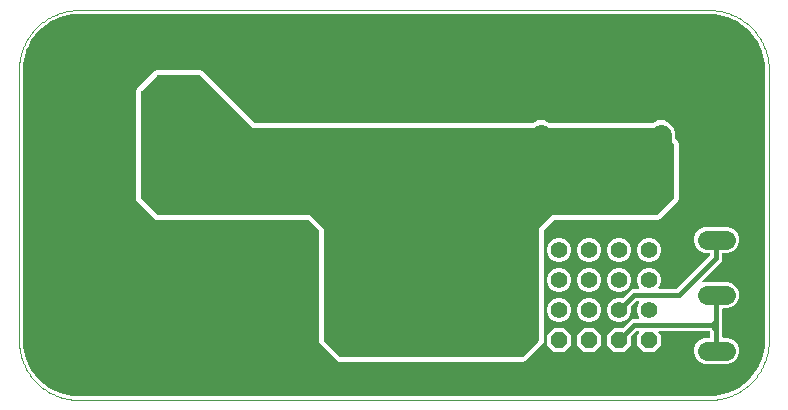
<source format=gbl>
G04 EAGLE Gerber RS-274X export*
G75*
%MOMM*%
%FSLAX34Y34*%
%LPD*%
%INbottom copper*%
%IPPOS*%
%AMOC8*
5,1,8,0,0,1.08239X$1,22.5*%
G01*
%ADD10C,0.025400*%
%ADD11P,4.948687X8X112.500000*%
%ADD12C,4.572000*%
%ADD13P,4.123906X8X202.500000*%
%ADD14C,3.810000*%
%ADD15C,1.778000*%
%ADD16C,4.445000*%
%ADD17C,1.397000*%
%ADD18P,1.512099X8X22.500000*%
%ADD19C,1.600000*%
%ADD20C,0.508000*%
%ADD21C,0.406400*%

G36*
X584231Y3180D02*
X584231Y3180D01*
X584257Y3177D01*
X589475Y3470D01*
X589575Y3490D01*
X589644Y3494D01*
X599820Y5817D01*
X599959Y5870D01*
X600035Y5892D01*
X609438Y10420D01*
X609534Y10485D01*
X609616Y10533D01*
X609630Y10541D01*
X609633Y10543D01*
X609633Y10544D01*
X617791Y17049D01*
X617893Y17157D01*
X617951Y17209D01*
X624459Y25369D01*
X624534Y25498D01*
X624580Y25562D01*
X624833Y26087D01*
X624833Y26088D01*
X626300Y29133D01*
X627277Y31164D01*
X628255Y33194D01*
X628255Y33195D01*
X629108Y34965D01*
X629154Y35108D01*
X629183Y35180D01*
X631506Y45356D01*
X631514Y45456D01*
X631530Y45524D01*
X631823Y50743D01*
X631820Y50775D01*
X631824Y50800D01*
X631824Y279400D01*
X631820Y279431D01*
X631823Y279457D01*
X631530Y284675D01*
X631510Y284775D01*
X631506Y284844D01*
X629183Y295020D01*
X629130Y295159D01*
X629108Y295234D01*
X624580Y304638D01*
X624497Y304762D01*
X624459Y304830D01*
X617951Y312991D01*
X617843Y313093D01*
X617791Y313151D01*
X609631Y319659D01*
X609502Y319734D01*
X609438Y319780D01*
X600035Y324308D01*
X599892Y324354D01*
X599820Y324383D01*
X589644Y326706D01*
X589544Y326714D01*
X589476Y326730D01*
X584257Y327023D01*
X584225Y327020D01*
X584200Y327024D01*
X50800Y327024D01*
X50769Y327020D01*
X50743Y327023D01*
X45525Y326730D01*
X45425Y326710D01*
X45356Y326706D01*
X35180Y324383D01*
X35041Y324330D01*
X34966Y324308D01*
X25562Y319780D01*
X25438Y319697D01*
X25370Y319659D01*
X17209Y313151D01*
X17107Y313043D01*
X17049Y312991D01*
X10541Y304830D01*
X10466Y304702D01*
X10420Y304638D01*
X9686Y303114D01*
X9686Y303113D01*
X8219Y300068D01*
X7242Y298037D01*
X7241Y298037D01*
X6264Y296007D01*
X6264Y296006D01*
X5892Y295234D01*
X5846Y295092D01*
X5817Y295020D01*
X3494Y284844D01*
X3486Y284744D01*
X3470Y284676D01*
X3177Y279457D01*
X3180Y279425D01*
X3176Y279400D01*
X3176Y50800D01*
X3180Y50769D01*
X3177Y50743D01*
X3470Y45525D01*
X3490Y45425D01*
X3494Y45356D01*
X5817Y35180D01*
X5870Y35041D01*
X5892Y34966D01*
X10420Y25562D01*
X10503Y25438D01*
X10541Y25370D01*
X17049Y17209D01*
X17157Y17107D01*
X17209Y17049D01*
X25370Y10541D01*
X25498Y10466D01*
X25562Y10420D01*
X34966Y5892D01*
X35108Y5846D01*
X35180Y5817D01*
X45356Y3494D01*
X45456Y3486D01*
X45525Y3470D01*
X50743Y3177D01*
X50775Y3180D01*
X50800Y3176D01*
X584200Y3176D01*
X584231Y3180D01*
G37*
%LPC*%
G36*
X271837Y32003D02*
X271837Y32003D01*
X269596Y32931D01*
X257039Y45489D01*
X255181Y47346D01*
X254253Y49587D01*
X254253Y143104D01*
X254241Y143191D01*
X254238Y143278D01*
X254221Y143331D01*
X254213Y143386D01*
X254178Y143465D01*
X254151Y143549D01*
X254123Y143588D01*
X254097Y143645D01*
X254001Y143758D01*
X253956Y143822D01*
X245422Y152356D01*
X245352Y152408D01*
X245288Y152468D01*
X245239Y152494D01*
X245195Y152527D01*
X245113Y152558D01*
X245035Y152598D01*
X244988Y152606D01*
X244929Y152628D01*
X244781Y152640D01*
X244704Y152653D01*
X116897Y152653D01*
X114656Y153581D01*
X102099Y166139D01*
X100241Y167996D01*
X99313Y170237D01*
X99313Y261563D01*
X100241Y263804D01*
X114656Y278219D01*
X116897Y279147D01*
X153613Y279147D01*
X155854Y278219D01*
X199078Y234994D01*
X199148Y234942D01*
X199212Y234882D01*
X199261Y234856D01*
X199305Y234823D01*
X199387Y234792D01*
X199465Y234752D01*
X199512Y234744D01*
X199571Y234722D01*
X199719Y234710D01*
X199796Y234697D01*
X434562Y234697D01*
X434649Y234709D01*
X434736Y234712D01*
X434789Y234729D01*
X434844Y234737D01*
X434924Y234772D01*
X435007Y234799D01*
X435046Y234827D01*
X435103Y234853D01*
X435148Y234891D01*
X439585Y236729D01*
X444335Y236729D01*
X448757Y234897D01*
X448774Y234882D01*
X448823Y234856D01*
X448867Y234823D01*
X448949Y234792D01*
X449027Y234752D01*
X449074Y234744D01*
X449133Y234722D01*
X449280Y234710D01*
X449358Y234697D01*
X536162Y234697D01*
X536249Y234709D01*
X536336Y234712D01*
X536389Y234729D01*
X536444Y234737D01*
X536524Y234772D01*
X536607Y234799D01*
X536646Y234827D01*
X536703Y234853D01*
X536748Y234891D01*
X541185Y236729D01*
X545935Y236729D01*
X550323Y234911D01*
X553681Y231553D01*
X555499Y227165D01*
X555499Y221894D01*
X555511Y221807D01*
X555514Y221720D01*
X555531Y221667D01*
X555539Y221612D01*
X555574Y221533D01*
X555601Y221449D01*
X555629Y221410D01*
X555655Y221353D01*
X555751Y221240D01*
X555796Y221176D01*
X557619Y219354D01*
X558547Y217113D01*
X558547Y170237D01*
X557619Y167996D01*
X543204Y153581D01*
X540963Y152653D01*
X453796Y152653D01*
X453709Y152641D01*
X453622Y152638D01*
X453569Y152621D01*
X453514Y152613D01*
X453435Y152578D01*
X453351Y152551D01*
X453312Y152523D01*
X453255Y152497D01*
X453142Y152401D01*
X453078Y152356D01*
X444544Y143822D01*
X444492Y143752D01*
X444432Y143688D01*
X444406Y143639D01*
X444373Y143595D01*
X444342Y143513D01*
X444302Y143435D01*
X444294Y143388D01*
X444272Y143329D01*
X444260Y143181D01*
X444247Y143104D01*
X444247Y49587D01*
X443319Y47346D01*
X428904Y32931D01*
X426663Y32003D01*
X271837Y32003D01*
G37*
%LPD*%
G36*
X425477Y36071D02*
X425477Y36071D01*
X425503Y36069D01*
X425677Y36091D01*
X425851Y36109D01*
X425876Y36117D01*
X425903Y36120D01*
X426068Y36176D01*
X426236Y36227D01*
X426259Y36240D01*
X426284Y36248D01*
X426436Y36335D01*
X426590Y36419D01*
X426610Y36436D01*
X426633Y36449D01*
X426886Y36664D01*
X439586Y49364D01*
X439603Y49384D01*
X439624Y49402D01*
X439731Y49540D01*
X439841Y49675D01*
X439854Y49699D01*
X439870Y49720D01*
X439948Y49877D01*
X440030Y50031D01*
X440038Y50056D01*
X440050Y50081D01*
X440095Y50250D01*
X440145Y50417D01*
X440147Y50443D01*
X440154Y50469D01*
X440181Y50800D01*
X440181Y145209D01*
X451691Y156719D01*
X539750Y156719D01*
X539777Y156721D01*
X539803Y156719D01*
X539977Y156741D01*
X540151Y156759D01*
X540176Y156767D01*
X540203Y156770D01*
X540368Y156826D01*
X540536Y156877D01*
X540559Y156890D01*
X540584Y156898D01*
X540736Y156985D01*
X540890Y157069D01*
X540910Y157086D01*
X540933Y157099D01*
X541186Y157314D01*
X553886Y170014D01*
X553903Y170034D01*
X553924Y170052D01*
X554031Y170190D01*
X554141Y170325D01*
X554154Y170349D01*
X554170Y170370D01*
X554248Y170527D01*
X554330Y170681D01*
X554338Y170706D01*
X554350Y170731D01*
X554395Y170900D01*
X554445Y171067D01*
X554447Y171093D01*
X554454Y171119D01*
X554481Y171450D01*
X554481Y215900D01*
X554479Y215927D01*
X554481Y215953D01*
X554459Y216127D01*
X554441Y216301D01*
X554434Y216326D01*
X554430Y216353D01*
X554375Y216518D01*
X554323Y216686D01*
X554310Y216709D01*
X554302Y216734D01*
X554215Y216886D01*
X554131Y217040D01*
X554114Y217060D01*
X554101Y217083D01*
X553886Y217336D01*
X541186Y230036D01*
X541166Y230053D01*
X541148Y230074D01*
X541010Y230181D01*
X540875Y230291D01*
X540851Y230304D01*
X540830Y230320D01*
X540673Y230398D01*
X540519Y230480D01*
X540494Y230488D01*
X540470Y230500D01*
X540300Y230545D01*
X540133Y230595D01*
X540107Y230597D01*
X540081Y230604D01*
X539750Y230631D01*
X197691Y230631D01*
X153836Y274486D01*
X153816Y274503D01*
X153798Y274524D01*
X153660Y274631D01*
X153525Y274741D01*
X153501Y274754D01*
X153480Y274770D01*
X153323Y274848D01*
X153169Y274930D01*
X153144Y274938D01*
X153120Y274950D01*
X152950Y274995D01*
X152783Y275045D01*
X152757Y275047D01*
X152731Y275054D01*
X152400Y275081D01*
X118110Y275081D01*
X118083Y275079D01*
X118057Y275081D01*
X117883Y275059D01*
X117709Y275041D01*
X117684Y275034D01*
X117657Y275030D01*
X117492Y274975D01*
X117324Y274923D01*
X117301Y274910D01*
X117276Y274902D01*
X117124Y274815D01*
X116970Y274731D01*
X116950Y274714D01*
X116927Y274701D01*
X116674Y274486D01*
X103974Y261786D01*
X103957Y261766D01*
X103937Y261748D01*
X103829Y261610D01*
X103719Y261475D01*
X103706Y261451D01*
X103690Y261430D01*
X103612Y261273D01*
X103530Y261119D01*
X103522Y261094D01*
X103510Y261070D01*
X103465Y260900D01*
X103415Y260733D01*
X103413Y260707D01*
X103406Y260681D01*
X103379Y260350D01*
X103379Y171450D01*
X103381Y171423D01*
X103379Y171397D01*
X103401Y171223D01*
X103419Y171049D01*
X103427Y171024D01*
X103430Y170997D01*
X103486Y170832D01*
X103537Y170664D01*
X103550Y170641D01*
X103558Y170616D01*
X103645Y170464D01*
X103729Y170310D01*
X103746Y170290D01*
X103759Y170267D01*
X103974Y170014D01*
X116674Y157314D01*
X116694Y157297D01*
X116712Y157277D01*
X116850Y157169D01*
X116985Y157059D01*
X117009Y157046D01*
X117030Y157030D01*
X117187Y156952D01*
X117341Y156870D01*
X117366Y156862D01*
X117391Y156850D01*
X117560Y156805D01*
X117727Y156755D01*
X117753Y156753D01*
X117779Y156746D01*
X118110Y156719D01*
X246809Y156719D01*
X258319Y145209D01*
X258319Y50800D01*
X258321Y50773D01*
X258319Y50747D01*
X258341Y50573D01*
X258359Y50399D01*
X258367Y50374D01*
X258370Y50347D01*
X258426Y50182D01*
X258477Y50014D01*
X258490Y49991D01*
X258498Y49966D01*
X258585Y49814D01*
X258669Y49660D01*
X258686Y49640D01*
X258699Y49617D01*
X258914Y49364D01*
X271614Y36664D01*
X271634Y36647D01*
X271652Y36627D01*
X271790Y36519D01*
X271925Y36409D01*
X271949Y36396D01*
X271970Y36380D01*
X272127Y36302D01*
X272281Y36220D01*
X272306Y36212D01*
X272331Y36200D01*
X272500Y36155D01*
X272667Y36105D01*
X272693Y36103D01*
X272719Y36096D01*
X273050Y36069D01*
X425450Y36069D01*
X425477Y36071D01*
G37*
%LPC*%
G36*
X580352Y30851D02*
X580352Y30851D01*
X576291Y32533D01*
X573183Y35641D01*
X571501Y39702D01*
X571501Y44098D01*
X573183Y48159D01*
X576291Y51267D01*
X580352Y52949D01*
X584454Y52949D01*
X584512Y52957D01*
X584570Y52955D01*
X584652Y52977D01*
X584736Y52989D01*
X584789Y53012D01*
X584845Y53027D01*
X584918Y53070D01*
X584995Y53105D01*
X585040Y53143D01*
X585090Y53172D01*
X585148Y53234D01*
X585212Y53288D01*
X585244Y53337D01*
X585284Y53380D01*
X585323Y53455D01*
X585370Y53525D01*
X585387Y53581D01*
X585414Y53633D01*
X585425Y53701D01*
X585455Y53796D01*
X585458Y53896D01*
X585469Y53964D01*
X585469Y57165D01*
X585457Y57252D01*
X585454Y57339D01*
X585437Y57392D01*
X585429Y57446D01*
X585394Y57526D01*
X585367Y57609D01*
X585339Y57649D01*
X585313Y57706D01*
X585217Y57819D01*
X585172Y57883D01*
X584933Y58122D01*
X584863Y58174D01*
X584799Y58234D01*
X584750Y58260D01*
X584706Y58293D01*
X584624Y58324D01*
X584546Y58364D01*
X584498Y58372D01*
X584440Y58394D01*
X584292Y58406D01*
X584215Y58419D01*
X542422Y58419D01*
X542392Y58415D01*
X542363Y58418D01*
X542252Y58395D01*
X542140Y58379D01*
X542113Y58367D01*
X542085Y58362D01*
X541984Y58309D01*
X541881Y58263D01*
X541858Y58244D01*
X541832Y58231D01*
X541750Y58153D01*
X541664Y58080D01*
X541647Y58055D01*
X541626Y58035D01*
X541569Y57937D01*
X541506Y57843D01*
X541497Y57815D01*
X541482Y57790D01*
X541455Y57680D01*
X541420Y57572D01*
X541420Y57542D01*
X541412Y57514D01*
X541416Y57401D01*
X541413Y57288D01*
X541420Y57259D01*
X541421Y57230D01*
X541456Y57122D01*
X541485Y57013D01*
X541500Y56987D01*
X541509Y56959D01*
X541554Y56896D01*
X541630Y56768D01*
X541676Y56725D01*
X541704Y56686D01*
X543434Y54956D01*
X543434Y46644D01*
X537556Y40766D01*
X529244Y40766D01*
X523366Y46644D01*
X523366Y54956D01*
X525096Y56686D01*
X525114Y56710D01*
X525136Y56729D01*
X525199Y56823D01*
X525267Y56913D01*
X525278Y56941D01*
X525294Y56965D01*
X525328Y57073D01*
X525368Y57179D01*
X525371Y57208D01*
X525380Y57236D01*
X525383Y57350D01*
X525392Y57462D01*
X525386Y57491D01*
X525387Y57520D01*
X525358Y57630D01*
X525336Y57741D01*
X525323Y57767D01*
X525315Y57795D01*
X525257Y57893D01*
X525205Y57993D01*
X525185Y58015D01*
X525170Y58040D01*
X525087Y58117D01*
X525009Y58199D01*
X524984Y58214D01*
X524963Y58234D01*
X524862Y58286D01*
X524764Y58343D01*
X524736Y58350D01*
X524709Y58364D01*
X524632Y58377D01*
X524489Y58413D01*
X524426Y58411D01*
X524378Y58419D01*
X523225Y58419D01*
X523138Y58407D01*
X523051Y58404D01*
X522998Y58387D01*
X522944Y58379D01*
X522864Y58344D01*
X522781Y58317D01*
X522741Y58289D01*
X522684Y58263D01*
X522571Y58167D01*
X522507Y58122D01*
X518331Y53946D01*
X518279Y53876D01*
X518219Y53812D01*
X518193Y53763D01*
X518160Y53719D01*
X518129Y53637D01*
X518089Y53559D01*
X518081Y53511D01*
X518059Y53453D01*
X518047Y53305D01*
X518034Y53228D01*
X518034Y46644D01*
X512156Y40766D01*
X503844Y40766D01*
X497966Y46644D01*
X497966Y54956D01*
X503844Y60834D01*
X510428Y60834D01*
X510515Y60846D01*
X510602Y60849D01*
X510655Y60866D01*
X510709Y60874D01*
X510789Y60909D01*
X510873Y60936D01*
X510912Y60964D01*
X510969Y60990D01*
X511082Y61086D01*
X511146Y61131D01*
X516250Y66235D01*
X517822Y67807D01*
X519689Y68581D01*
X524378Y68581D01*
X524407Y68585D01*
X524437Y68582D01*
X524548Y68605D01*
X524660Y68621D01*
X524687Y68633D01*
X524715Y68638D01*
X524816Y68690D01*
X524919Y68737D01*
X524942Y68756D01*
X524968Y68769D01*
X525050Y68847D01*
X525136Y68920D01*
X525153Y68945D01*
X525174Y68965D01*
X525231Y69063D01*
X525294Y69157D01*
X525303Y69185D01*
X525318Y69210D01*
X525346Y69320D01*
X525380Y69428D01*
X525380Y69457D01*
X525388Y69486D01*
X525384Y69599D01*
X525387Y69712D01*
X525380Y69741D01*
X525379Y69770D01*
X525344Y69878D01*
X525315Y69987D01*
X525300Y70013D01*
X525291Y70041D01*
X525246Y70104D01*
X525170Y70232D01*
X525124Y70275D01*
X525096Y70314D01*
X524894Y70516D01*
X523366Y74204D01*
X523366Y78196D01*
X524894Y81884D01*
X525096Y82086D01*
X525114Y82110D01*
X525136Y82129D01*
X525199Y82223D01*
X525267Y82313D01*
X525278Y82341D01*
X525294Y82365D01*
X525328Y82473D01*
X525368Y82579D01*
X525371Y82608D01*
X525380Y82636D01*
X525383Y82749D01*
X525392Y82862D01*
X525386Y82891D01*
X525387Y82920D01*
X525358Y83030D01*
X525336Y83141D01*
X525323Y83167D01*
X525315Y83195D01*
X525257Y83293D01*
X525205Y83393D01*
X525185Y83415D01*
X525170Y83440D01*
X525087Y83517D01*
X525009Y83599D01*
X524984Y83614D01*
X524963Y83634D01*
X524862Y83686D01*
X524764Y83743D01*
X524736Y83750D01*
X524709Y83764D01*
X524632Y83777D01*
X524489Y83813D01*
X524426Y83811D01*
X524378Y83819D01*
X523225Y83819D01*
X523138Y83807D01*
X523051Y83804D01*
X522998Y83787D01*
X522944Y83779D01*
X522864Y83744D01*
X522781Y83717D01*
X522741Y83689D01*
X522684Y83663D01*
X522571Y83567D01*
X522507Y83522D01*
X518264Y79278D01*
X518263Y79277D01*
X518261Y79276D01*
X518177Y79163D01*
X518093Y79051D01*
X518092Y79050D01*
X518091Y79048D01*
X518041Y78915D01*
X517992Y78786D01*
X517991Y78784D01*
X517991Y78782D01*
X517980Y78641D01*
X517968Y78502D01*
X517968Y78501D01*
X517968Y78499D01*
X517972Y78484D01*
X518024Y78224D01*
X518034Y78205D01*
X518034Y74204D01*
X516506Y70516D01*
X513684Y67694D01*
X509996Y66166D01*
X506004Y66166D01*
X502316Y67694D01*
X499494Y70516D01*
X497966Y74204D01*
X497966Y78196D01*
X499494Y81884D01*
X502316Y84706D01*
X506004Y86234D01*
X510009Y86234D01*
X510110Y86208D01*
X510247Y86173D01*
X510249Y86173D01*
X510250Y86172D01*
X510387Y86177D01*
X510531Y86181D01*
X510533Y86181D01*
X510535Y86181D01*
X510665Y86224D01*
X510802Y86267D01*
X510804Y86268D01*
X510805Y86269D01*
X510818Y86278D01*
X511038Y86426D01*
X511058Y86449D01*
X511078Y86464D01*
X516250Y91635D01*
X517822Y93207D01*
X519689Y93981D01*
X524378Y93981D01*
X524407Y93985D01*
X524437Y93982D01*
X524548Y94005D01*
X524660Y94021D01*
X524687Y94033D01*
X524715Y94038D01*
X524816Y94090D01*
X524919Y94137D01*
X524942Y94156D01*
X524968Y94169D01*
X525050Y94247D01*
X525136Y94320D01*
X525153Y94345D01*
X525174Y94365D01*
X525231Y94463D01*
X525294Y94557D01*
X525303Y94585D01*
X525318Y94610D01*
X525345Y94720D01*
X525380Y94828D01*
X525380Y94857D01*
X525388Y94886D01*
X525384Y94999D01*
X525387Y95112D01*
X525380Y95141D01*
X525379Y95170D01*
X525344Y95278D01*
X525315Y95387D01*
X525300Y95413D01*
X525291Y95441D01*
X525246Y95504D01*
X525170Y95632D01*
X525124Y95675D01*
X525096Y95714D01*
X524894Y95916D01*
X523366Y99604D01*
X523366Y103596D01*
X524894Y107284D01*
X527716Y110106D01*
X531404Y111634D01*
X535396Y111634D01*
X539084Y110106D01*
X541906Y107284D01*
X543434Y103596D01*
X543434Y99604D01*
X541906Y95916D01*
X541704Y95714D01*
X541686Y95690D01*
X541664Y95671D01*
X541601Y95577D01*
X541533Y95487D01*
X541522Y95459D01*
X541506Y95435D01*
X541472Y95327D01*
X541432Y95221D01*
X541429Y95192D01*
X541420Y95164D01*
X541417Y95051D01*
X541408Y94938D01*
X541414Y94909D01*
X541413Y94880D01*
X541442Y94770D01*
X541464Y94659D01*
X541477Y94633D01*
X541485Y94605D01*
X541543Y94507D01*
X541595Y94407D01*
X541615Y94385D01*
X541630Y94360D01*
X541713Y94283D01*
X541791Y94201D01*
X541816Y94186D01*
X541837Y94166D01*
X541938Y94114D01*
X542036Y94057D01*
X542064Y94050D01*
X542091Y94036D01*
X542168Y94023D01*
X542311Y93987D01*
X542374Y93989D01*
X542422Y93981D01*
X556275Y93981D01*
X556362Y93993D01*
X556449Y93996D01*
X556502Y94013D01*
X556556Y94021D01*
X556636Y94056D01*
X556719Y94083D01*
X556759Y94111D01*
X556816Y94137D01*
X556929Y94233D01*
X556993Y94278D01*
X585172Y122457D01*
X585224Y122527D01*
X585284Y122591D01*
X585310Y122640D01*
X585343Y122684D01*
X585374Y122766D01*
X585414Y122844D01*
X585422Y122892D01*
X585444Y122950D01*
X585456Y123098D01*
X585469Y123175D01*
X585469Y123836D01*
X585461Y123894D01*
X585463Y123952D01*
X585441Y124034D01*
X585429Y124118D01*
X585406Y124171D01*
X585391Y124227D01*
X585348Y124300D01*
X585313Y124377D01*
X585275Y124422D01*
X585246Y124472D01*
X585184Y124530D01*
X585130Y124594D01*
X585081Y124626D01*
X585038Y124666D01*
X584963Y124705D01*
X584893Y124752D01*
X584837Y124769D01*
X584785Y124796D01*
X584717Y124807D01*
X584622Y124837D01*
X584522Y124840D01*
X584454Y124851D01*
X580352Y124851D01*
X576291Y126533D01*
X573183Y129641D01*
X571501Y133702D01*
X571501Y138098D01*
X573183Y142159D01*
X576291Y145267D01*
X580352Y146949D01*
X600748Y146949D01*
X604809Y145267D01*
X607917Y142159D01*
X609599Y138098D01*
X609599Y133702D01*
X607917Y129641D01*
X604809Y126533D01*
X600748Y124851D01*
X596646Y124851D01*
X596588Y124843D01*
X596530Y124845D01*
X596448Y124823D01*
X596364Y124811D01*
X596311Y124788D01*
X596255Y124773D01*
X596182Y124730D01*
X596105Y124695D01*
X596060Y124657D01*
X596010Y124628D01*
X595952Y124566D01*
X595888Y124512D01*
X595856Y124463D01*
X595816Y124420D01*
X595777Y124345D01*
X595730Y124275D01*
X595713Y124219D01*
X595686Y124167D01*
X595675Y124099D01*
X595645Y124004D01*
X595642Y123904D01*
X595631Y123836D01*
X595631Y119639D01*
X594857Y117772D01*
X578297Y101211D01*
X578245Y101143D01*
X578186Y101080D01*
X578160Y101030D01*
X578126Y100984D01*
X578095Y100904D01*
X578056Y100828D01*
X578045Y100772D01*
X578025Y100719D01*
X578017Y100633D01*
X578001Y100549D01*
X578006Y100492D01*
X578001Y100435D01*
X578018Y100351D01*
X578025Y100265D01*
X578046Y100212D01*
X578057Y100157D01*
X578097Y100080D01*
X578127Y100000D01*
X578162Y99955D01*
X578188Y99904D01*
X578247Y99842D01*
X578299Y99773D01*
X578344Y99739D01*
X578384Y99698D01*
X578458Y99655D01*
X578527Y99603D01*
X578580Y99583D01*
X578629Y99554D01*
X578712Y99533D01*
X578793Y99503D01*
X578849Y99498D01*
X578904Y99484D01*
X578990Y99487D01*
X579076Y99480D01*
X579124Y99491D01*
X579189Y99493D01*
X579326Y99538D01*
X579403Y99556D01*
X580352Y99949D01*
X600748Y99949D01*
X604809Y98267D01*
X607917Y95159D01*
X609599Y91098D01*
X609599Y86702D01*
X607917Y82641D01*
X604809Y79533D01*
X600748Y77851D01*
X596646Y77851D01*
X596588Y77843D01*
X596530Y77845D01*
X596448Y77823D01*
X596364Y77811D01*
X596311Y77788D01*
X596255Y77773D01*
X596182Y77730D01*
X596105Y77695D01*
X596060Y77657D01*
X596010Y77628D01*
X595952Y77566D01*
X595888Y77512D01*
X595856Y77463D01*
X595816Y77420D01*
X595777Y77345D01*
X595730Y77275D01*
X595713Y77219D01*
X595686Y77167D01*
X595675Y77099D01*
X595645Y77004D01*
X595642Y76904D01*
X595631Y76836D01*
X595631Y53964D01*
X595639Y53906D01*
X595637Y53848D01*
X595659Y53766D01*
X595671Y53682D01*
X595694Y53629D01*
X595709Y53573D01*
X595752Y53500D01*
X595787Y53423D01*
X595825Y53378D01*
X595854Y53328D01*
X595916Y53270D01*
X595970Y53206D01*
X596019Y53174D01*
X596062Y53134D01*
X596137Y53095D01*
X596207Y53048D01*
X596263Y53031D01*
X596315Y53004D01*
X596383Y52993D01*
X596478Y52963D01*
X596578Y52960D01*
X596646Y52949D01*
X600748Y52949D01*
X604809Y51267D01*
X607917Y48159D01*
X609599Y44098D01*
X609599Y39702D01*
X607917Y35641D01*
X604809Y32533D01*
X600748Y30851D01*
X580352Y30851D01*
G37*
%LPD*%
%LPC*%
G36*
X478444Y40766D02*
X478444Y40766D01*
X472566Y46644D01*
X472566Y54956D01*
X478444Y60834D01*
X486756Y60834D01*
X492634Y54956D01*
X492634Y46644D01*
X486756Y40766D01*
X478444Y40766D01*
G37*
%LPD*%
%LPC*%
G36*
X453044Y40766D02*
X453044Y40766D01*
X447166Y46644D01*
X447166Y54956D01*
X453044Y60834D01*
X461356Y60834D01*
X467234Y54956D01*
X467234Y46644D01*
X461356Y40766D01*
X453044Y40766D01*
G37*
%LPD*%
%LPC*%
G36*
X531404Y116966D02*
X531404Y116966D01*
X527716Y118494D01*
X524894Y121316D01*
X523366Y125004D01*
X523366Y128996D01*
X524894Y132684D01*
X527716Y135506D01*
X531404Y137034D01*
X535396Y137034D01*
X539084Y135506D01*
X541906Y132684D01*
X543434Y128996D01*
X543434Y125004D01*
X541906Y121316D01*
X539084Y118494D01*
X535396Y116966D01*
X531404Y116966D01*
G37*
%LPD*%
%LPC*%
G36*
X506004Y116966D02*
X506004Y116966D01*
X502316Y118494D01*
X499494Y121316D01*
X497966Y125004D01*
X497966Y128996D01*
X499494Y132684D01*
X502316Y135506D01*
X506004Y137034D01*
X509996Y137034D01*
X513684Y135506D01*
X516506Y132684D01*
X518034Y128996D01*
X518034Y125004D01*
X516506Y121316D01*
X513684Y118494D01*
X509996Y116966D01*
X506004Y116966D01*
G37*
%LPD*%
%LPC*%
G36*
X480604Y116966D02*
X480604Y116966D01*
X476916Y118494D01*
X474094Y121316D01*
X472566Y125004D01*
X472566Y128996D01*
X474094Y132684D01*
X476916Y135506D01*
X480604Y137034D01*
X484596Y137034D01*
X488284Y135506D01*
X491106Y132684D01*
X492634Y128996D01*
X492634Y125004D01*
X491106Y121316D01*
X488284Y118494D01*
X484596Y116966D01*
X480604Y116966D01*
G37*
%LPD*%
%LPC*%
G36*
X455204Y116966D02*
X455204Y116966D01*
X451516Y118494D01*
X448694Y121316D01*
X447166Y125004D01*
X447166Y128996D01*
X448694Y132684D01*
X451516Y135506D01*
X455204Y137034D01*
X459196Y137034D01*
X462884Y135506D01*
X465706Y132684D01*
X467234Y128996D01*
X467234Y125004D01*
X465706Y121316D01*
X462884Y118494D01*
X459196Y116966D01*
X455204Y116966D01*
G37*
%LPD*%
%LPC*%
G36*
X506004Y91566D02*
X506004Y91566D01*
X502316Y93094D01*
X499494Y95916D01*
X497966Y99604D01*
X497966Y103596D01*
X499494Y107284D01*
X502316Y110106D01*
X506004Y111634D01*
X509996Y111634D01*
X513684Y110106D01*
X516506Y107284D01*
X518034Y103596D01*
X518034Y99604D01*
X516506Y95916D01*
X513684Y93094D01*
X509996Y91566D01*
X506004Y91566D01*
G37*
%LPD*%
%LPC*%
G36*
X480604Y91566D02*
X480604Y91566D01*
X476916Y93094D01*
X474094Y95916D01*
X472566Y99604D01*
X472566Y103596D01*
X474094Y107284D01*
X476916Y110106D01*
X480604Y111634D01*
X484596Y111634D01*
X488284Y110106D01*
X491106Y107284D01*
X492634Y103596D01*
X492634Y99604D01*
X491106Y95916D01*
X488284Y93094D01*
X484596Y91566D01*
X480604Y91566D01*
G37*
%LPD*%
%LPC*%
G36*
X455204Y91566D02*
X455204Y91566D01*
X451516Y93094D01*
X448694Y95916D01*
X447166Y99604D01*
X447166Y103596D01*
X448694Y107284D01*
X451516Y110106D01*
X455204Y111634D01*
X459196Y111634D01*
X462884Y110106D01*
X465706Y107284D01*
X467234Y103596D01*
X467234Y99604D01*
X465706Y95916D01*
X462884Y93094D01*
X459196Y91566D01*
X455204Y91566D01*
G37*
%LPD*%
%LPC*%
G36*
X480604Y66166D02*
X480604Y66166D01*
X476916Y67694D01*
X474094Y70516D01*
X472566Y74204D01*
X472566Y78196D01*
X474094Y81884D01*
X476916Y84706D01*
X480604Y86234D01*
X484596Y86234D01*
X488284Y84706D01*
X491106Y81884D01*
X492634Y78196D01*
X492634Y74204D01*
X491106Y70516D01*
X488284Y67694D01*
X484596Y66166D01*
X480604Y66166D01*
G37*
%LPD*%
%LPC*%
G36*
X455204Y66166D02*
X455204Y66166D01*
X451516Y67694D01*
X448694Y70516D01*
X447166Y74204D01*
X447166Y78196D01*
X448694Y81884D01*
X451516Y84706D01*
X455204Y86234D01*
X459196Y86234D01*
X462884Y84706D01*
X465706Y81884D01*
X467234Y78196D01*
X467234Y74204D01*
X465706Y70516D01*
X462884Y67694D01*
X459196Y66166D01*
X455204Y66166D01*
G37*
%LPD*%
D10*
X635000Y50800D02*
X635000Y279400D01*
X634985Y280628D01*
X634941Y281854D01*
X634867Y283080D01*
X634763Y284303D01*
X634630Y285523D01*
X634467Y286740D01*
X634275Y287953D01*
X634054Y289160D01*
X633803Y290362D01*
X633524Y291557D01*
X633216Y292746D01*
X632879Y293926D01*
X632514Y295098D01*
X632120Y296261D01*
X631699Y297414D01*
X631250Y298556D01*
X630773Y299688D01*
X630269Y300807D01*
X629738Y301914D01*
X629181Y303008D01*
X628598Y304088D01*
X627988Y305154D01*
X627353Y306204D01*
X626693Y307239D01*
X626008Y308258D01*
X625298Y309259D01*
X624565Y310244D01*
X623807Y311210D01*
X623027Y312158D01*
X622224Y313087D01*
X621399Y313996D01*
X620552Y314884D01*
X619684Y315752D01*
X618796Y316599D01*
X617887Y317424D01*
X616958Y318227D01*
X616010Y319007D01*
X615044Y319765D01*
X614059Y320498D01*
X613058Y321208D01*
X612039Y321893D01*
X611004Y322553D01*
X609954Y323188D01*
X608888Y323798D01*
X607808Y324381D01*
X606714Y324938D01*
X605607Y325469D01*
X604488Y325973D01*
X603356Y326450D01*
X602214Y326899D01*
X601061Y327320D01*
X599898Y327714D01*
X598726Y328079D01*
X597546Y328416D01*
X596357Y328724D01*
X595162Y329003D01*
X593960Y329254D01*
X592753Y329475D01*
X591540Y329667D01*
X590323Y329830D01*
X589103Y329963D01*
X587880Y330067D01*
X586654Y330141D01*
X585428Y330185D01*
X584200Y330200D01*
X50800Y330200D01*
X49572Y330185D01*
X48346Y330141D01*
X47120Y330067D01*
X45897Y329963D01*
X44677Y329830D01*
X43460Y329667D01*
X42247Y329475D01*
X41040Y329254D01*
X39838Y329003D01*
X38643Y328724D01*
X37454Y328416D01*
X36274Y328079D01*
X35102Y327714D01*
X33939Y327320D01*
X32786Y326899D01*
X31644Y326450D01*
X30512Y325973D01*
X29393Y325469D01*
X28286Y324938D01*
X27192Y324381D01*
X26112Y323798D01*
X25046Y323188D01*
X23996Y322553D01*
X22961Y321893D01*
X21942Y321208D01*
X20941Y320498D01*
X19956Y319765D01*
X18990Y319007D01*
X18042Y318227D01*
X17113Y317424D01*
X16204Y316599D01*
X15316Y315752D01*
X14448Y314884D01*
X13601Y313996D01*
X12776Y313087D01*
X11973Y312158D01*
X11193Y311210D01*
X10435Y310244D01*
X9702Y309259D01*
X8992Y308258D01*
X8307Y307239D01*
X7647Y306204D01*
X7012Y305154D01*
X6402Y304088D01*
X5819Y303008D01*
X5262Y301914D01*
X4731Y300807D01*
X4227Y299688D01*
X3750Y298556D01*
X3301Y297414D01*
X2880Y296261D01*
X2486Y295098D01*
X2121Y293926D01*
X1784Y292746D01*
X1476Y291557D01*
X1197Y290362D01*
X946Y289160D01*
X725Y287953D01*
X533Y286740D01*
X370Y285523D01*
X237Y284303D01*
X133Y283080D01*
X59Y281854D01*
X15Y280628D01*
X0Y279400D01*
X0Y50800D01*
X15Y49572D01*
X59Y48346D01*
X133Y47120D01*
X237Y45897D01*
X370Y44677D01*
X533Y43460D01*
X725Y42247D01*
X946Y41040D01*
X1197Y39838D01*
X1476Y38643D01*
X1784Y37454D01*
X2121Y36274D01*
X2486Y35102D01*
X2880Y33939D01*
X3301Y32786D01*
X3750Y31644D01*
X4227Y30512D01*
X4731Y29393D01*
X5262Y28286D01*
X5819Y27192D01*
X6402Y26112D01*
X7012Y25046D01*
X7647Y23996D01*
X8307Y22961D01*
X8992Y21942D01*
X9702Y20941D01*
X10435Y19956D01*
X11193Y18990D01*
X11973Y18042D01*
X12776Y17113D01*
X13601Y16204D01*
X14448Y15316D01*
X15316Y14448D01*
X16204Y13601D01*
X17113Y12776D01*
X18042Y11973D01*
X18990Y11193D01*
X19956Y10435D01*
X20941Y9702D01*
X21942Y8992D01*
X22961Y8307D01*
X23996Y7647D01*
X25046Y7012D01*
X26112Y6402D01*
X27192Y5819D01*
X28286Y5262D01*
X29393Y4731D01*
X30512Y4227D01*
X31644Y3750D01*
X32786Y3301D01*
X33939Y2880D01*
X35102Y2486D01*
X36274Y2121D01*
X37454Y1784D01*
X38643Y1476D01*
X39838Y1197D01*
X41040Y946D01*
X42247Y725D01*
X43460Y533D01*
X44677Y370D01*
X45897Y237D01*
X47120Y133D01*
X48346Y59D01*
X49572Y15D01*
X50800Y0D01*
X584200Y0D01*
X585428Y15D01*
X586654Y59D01*
X587880Y133D01*
X589103Y237D01*
X590323Y370D01*
X591540Y533D01*
X592753Y725D01*
X593960Y946D01*
X595162Y1197D01*
X596357Y1476D01*
X597546Y1784D01*
X598726Y2121D01*
X599898Y2486D01*
X601061Y2880D01*
X602214Y3301D01*
X603356Y3750D01*
X604488Y4227D01*
X605607Y4731D01*
X606714Y5262D01*
X607808Y5819D01*
X608888Y6402D01*
X609954Y7012D01*
X611004Y7647D01*
X612039Y8307D01*
X613058Y8992D01*
X614059Y9702D01*
X615044Y10435D01*
X616010Y11193D01*
X616958Y11973D01*
X617887Y12776D01*
X618796Y13601D01*
X619684Y14448D01*
X620552Y15316D01*
X621399Y16204D01*
X622224Y17113D01*
X623027Y18042D01*
X623807Y18990D01*
X624565Y19956D01*
X625298Y20941D01*
X626008Y21942D01*
X626693Y22961D01*
X627353Y23996D01*
X627988Y25046D01*
X628598Y26112D01*
X629181Y27192D01*
X629738Y28286D01*
X630269Y29393D01*
X630773Y30512D01*
X631250Y31644D01*
X631699Y32786D01*
X632120Y33939D01*
X632514Y35102D01*
X632879Y36274D01*
X633216Y37454D01*
X633524Y38643D01*
X633803Y39838D01*
X634054Y41040D01*
X634275Y42247D01*
X634467Y43460D01*
X634630Y44677D01*
X634763Y45897D01*
X634867Y47120D01*
X634941Y48346D01*
X634985Y49572D01*
X635000Y50800D01*
D11*
X215900Y194310D03*
D12*
X215900Y262890D03*
D11*
X311150Y194310D03*
D12*
X311150Y262890D03*
D13*
X127000Y184150D03*
D14*
X76200Y184150D03*
D13*
X127000Y254000D03*
D14*
X76200Y254000D03*
D15*
X378460Y243840D02*
X396240Y243840D01*
X441960Y224790D02*
X441960Y207010D01*
X434340Y266700D02*
X416560Y266700D01*
X480060Y243840D02*
X497840Y243840D01*
X543560Y224790D02*
X543560Y207010D01*
X535940Y266700D02*
X518160Y266700D01*
D16*
X95250Y111125D02*
X95250Y66675D01*
X158750Y66675D02*
X158750Y111125D01*
X222250Y111125D02*
X222250Y66675D01*
X285750Y66675D02*
X285750Y111125D01*
X349250Y111125D02*
X349250Y66675D01*
X412750Y66675D02*
X412750Y111125D01*
D17*
X457200Y127000D03*
X482600Y127000D03*
X508000Y127000D03*
X533400Y127000D03*
X457200Y101600D03*
X482600Y101600D03*
X508000Y101600D03*
X533400Y101600D03*
X457200Y76200D03*
X482600Y76200D03*
X508000Y76200D03*
X533400Y76200D03*
D18*
X457200Y50800D03*
X482600Y50800D03*
X508000Y50800D03*
X533400Y50800D03*
D19*
X582550Y88900D02*
X598550Y88900D01*
X598550Y135900D02*
X582550Y135900D01*
X582550Y41900D02*
X598550Y41900D01*
D20*
X19050Y304800D03*
X31750Y317500D03*
X50800Y323850D03*
X6350Y285750D03*
X6350Y260350D03*
X6350Y234950D03*
X6350Y209550D03*
X6350Y184150D03*
X6350Y158750D03*
X6350Y133350D03*
X6350Y107950D03*
X6350Y82550D03*
X6350Y57150D03*
X19050Y69850D03*
X19050Y44450D03*
X12700Y31750D03*
X25400Y19050D03*
X44450Y6350D03*
X69850Y6350D03*
X95250Y6350D03*
X120650Y6350D03*
X146050Y6350D03*
X171450Y6350D03*
X196850Y6350D03*
X222250Y6350D03*
X247650Y6350D03*
X273050Y6350D03*
X298450Y6350D03*
X323850Y6350D03*
X349250Y6350D03*
X374650Y6350D03*
X400050Y6350D03*
X425450Y6350D03*
X450850Y6350D03*
X476250Y6350D03*
X501650Y6350D03*
X527050Y6350D03*
X552450Y6350D03*
X577850Y6350D03*
X603250Y12700D03*
X622300Y31750D03*
X628650Y57150D03*
X628650Y82550D03*
X628650Y107950D03*
X628650Y133350D03*
X628650Y158750D03*
X628650Y184150D03*
X628650Y209550D03*
X628650Y234950D03*
X628650Y260350D03*
X628650Y285750D03*
X615950Y304800D03*
X603250Y317500D03*
X584200Y323850D03*
X558800Y323850D03*
X533400Y323850D03*
X508000Y323850D03*
X482600Y323850D03*
X457200Y323850D03*
X431800Y323850D03*
X406400Y323850D03*
X381000Y323850D03*
X355600Y323850D03*
X330200Y323850D03*
X304800Y323850D03*
X279400Y323850D03*
X254000Y323850D03*
X228600Y323850D03*
X203200Y323850D03*
X177800Y323850D03*
X152400Y323850D03*
X127000Y323850D03*
X101600Y323850D03*
X76200Y323850D03*
X63500Y311150D03*
X590550Y311150D03*
X571500Y311150D03*
X546100Y311150D03*
X520700Y311150D03*
X495300Y311150D03*
X469900Y311150D03*
X444500Y311150D03*
X419100Y311150D03*
X393700Y311150D03*
X368300Y311150D03*
X342900Y311150D03*
X317500Y311150D03*
X292100Y311150D03*
X266700Y311150D03*
X241300Y311150D03*
X215900Y311150D03*
X190500Y311150D03*
X165100Y311150D03*
X139700Y311150D03*
X114300Y311150D03*
X88900Y311150D03*
X577850Y298450D03*
X558800Y298450D03*
X533400Y298450D03*
X508000Y298450D03*
X482600Y298450D03*
X457200Y298450D03*
X431800Y298450D03*
X406400Y298450D03*
X381000Y298450D03*
X355600Y298450D03*
X330200Y298450D03*
X304800Y298450D03*
X279400Y298450D03*
X254000Y298450D03*
X228600Y298450D03*
X203200Y298450D03*
X177800Y298450D03*
X152400Y298450D03*
X127000Y298450D03*
X101600Y298450D03*
X76200Y298450D03*
X615950Y196850D03*
X615950Y222250D03*
X615950Y247650D03*
X615950Y171450D03*
X590550Y171450D03*
X565150Y171450D03*
X577850Y158750D03*
X603250Y158750D03*
X615950Y146050D03*
X615950Y120650D03*
X615950Y95250D03*
X615950Y69850D03*
X615950Y44450D03*
X565150Y19050D03*
X590550Y19050D03*
X31750Y57150D03*
X31750Y82550D03*
X31750Y107950D03*
X31750Y133350D03*
X31750Y158750D03*
X31750Y184150D03*
X31750Y209550D03*
X31750Y234950D03*
X31750Y260350D03*
X31750Y285750D03*
X31750Y304800D03*
X19050Y95250D03*
X19050Y120650D03*
X19050Y146050D03*
X19050Y171450D03*
X19050Y196850D03*
X19050Y222250D03*
X19050Y247650D03*
X19050Y273050D03*
X19050Y292100D03*
X57150Y19050D03*
X82550Y19050D03*
X107950Y19050D03*
X133350Y19050D03*
X158750Y19050D03*
X184150Y19050D03*
X209550Y19050D03*
X234950Y19050D03*
X260350Y19050D03*
X285750Y19050D03*
X311150Y19050D03*
X336550Y19050D03*
X361950Y19050D03*
X387350Y19050D03*
X412750Y19050D03*
X438150Y19050D03*
X463550Y19050D03*
X488950Y19050D03*
X514350Y19050D03*
X539750Y19050D03*
D21*
X508000Y50800D02*
X520700Y63500D01*
X586740Y63500D02*
X590550Y67310D01*
X590550Y88900D01*
X586740Y63500D02*
X520700Y63500D01*
X586740Y63500D02*
X590550Y59690D01*
X590550Y41900D01*
X590550Y59690D02*
X590550Y67310D01*
X520700Y88900D02*
X508000Y76200D01*
X590550Y120650D02*
X590550Y135900D01*
X558800Y88900D02*
X520700Y88900D01*
X558800Y88900D02*
X590550Y120650D01*
M02*

</source>
